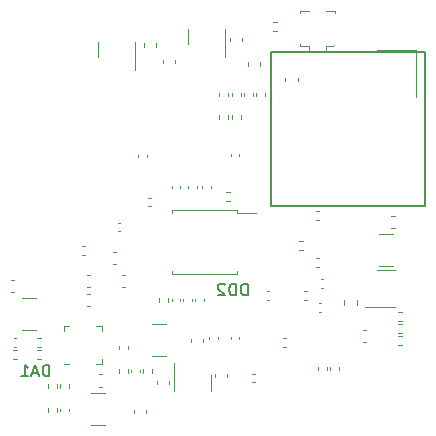
<source format=gbr>
%TF.GenerationSoftware,KiCad,Pcbnew,6.0.7*%
%TF.CreationDate,2022-11-09T14:03:12+03:00*%
%TF.ProjectId,camera_v3s,63616d65-7261-45f7-9633-732e6b696361,rev?*%
%TF.SameCoordinates,Original*%
%TF.FileFunction,Legend,Bot*%
%TF.FilePolarity,Positive*%
%FSLAX46Y46*%
G04 Gerber Fmt 4.6, Leading zero omitted, Abs format (unit mm)*
G04 Created by KiCad (PCBNEW 6.0.7) date 2022-11-09 14:03:12*
%MOMM*%
%LPD*%
G01*
G04 APERTURE LIST*
%ADD10C,0.150000*%
%ADD11C,0.120000*%
G04 APERTURE END LIST*
D10*
X24900000Y-4400000D02*
X37900000Y-4400000D01*
X37900000Y-4400000D02*
X37900000Y-17400000D01*
X37900000Y-17400000D02*
X24900000Y-17400000D01*
X24900000Y-17400000D02*
X24900000Y-4400000D01*
%TO.C,DA1*%
X6091416Y-31852380D02*
X6091416Y-30852380D01*
X5853321Y-30852380D01*
X5710464Y-30900000D01*
X5615226Y-30995238D01*
X5567607Y-31090476D01*
X5519988Y-31280952D01*
X5519988Y-31423809D01*
X5567607Y-31614285D01*
X5615226Y-31709523D01*
X5710464Y-31804761D01*
X5853321Y-31852380D01*
X6091416Y-31852380D01*
X5139035Y-31566666D02*
X4662845Y-31566666D01*
X5234273Y-31852380D02*
X4900940Y-30852380D01*
X4567607Y-31852380D01*
X3710464Y-31852380D02*
X4281892Y-31852380D01*
X3996178Y-31852380D02*
X3996178Y-30852380D01*
X4091416Y-30995238D01*
X4186654Y-31090476D01*
X4281892Y-31138095D01*
%TO.C,DD2*%
X22888095Y-25002380D02*
X22888095Y-24002380D01*
X22650000Y-24002380D01*
X22507142Y-24050000D01*
X22411904Y-24145238D01*
X22364285Y-24240476D01*
X22316666Y-24430952D01*
X22316666Y-24573809D01*
X22364285Y-24764285D01*
X22411904Y-24859523D01*
X22507142Y-24954761D01*
X22650000Y-25002380D01*
X22888095Y-25002380D01*
X21888095Y-25002380D02*
X21888095Y-24002380D01*
X21650000Y-24002380D01*
X21507142Y-24050000D01*
X21411904Y-24145238D01*
X21364285Y-24240476D01*
X21316666Y-24430952D01*
X21316666Y-24573809D01*
X21364285Y-24764285D01*
X21411904Y-24859523D01*
X21507142Y-24954761D01*
X21650000Y-25002380D01*
X21888095Y-25002380D01*
X20935714Y-24097619D02*
X20888095Y-24050000D01*
X20792857Y-24002380D01*
X20554761Y-24002380D01*
X20459523Y-24050000D01*
X20411904Y-24097619D01*
X20364285Y-24192857D01*
X20364285Y-24288095D01*
X20411904Y-24430952D01*
X20983333Y-25002380D01*
X20364285Y-25002380D01*
D11*
%TO.C,Y3*%
X37150000Y-4200000D02*
X37150000Y-8200000D01*
X33850000Y-4200000D02*
X37150000Y-4200000D01*
%TO.C,C61*%
X26090000Y-6840580D02*
X26090000Y-6559420D01*
X27110000Y-6840580D02*
X27110000Y-6559420D01*
%TO.C,R34*%
X20470000Y-10053641D02*
X20470000Y-9746359D01*
X21230000Y-10053641D02*
X21230000Y-9746359D01*
%TO.C,R31*%
X20470000Y-7846359D02*
X20470000Y-8153641D01*
X21230000Y-7846359D02*
X21230000Y-8153641D01*
%TO.C,R30*%
X22330000Y-10053641D02*
X22330000Y-9746359D01*
X21570000Y-10053641D02*
X21570000Y-9746359D01*
%TO.C,R29*%
X21570000Y-7846359D02*
X21570000Y-8153641D01*
X22330000Y-7846359D02*
X22330000Y-8153641D01*
%TO.C,R37*%
X31077500Y-25362742D02*
X31077500Y-25837258D01*
X32122500Y-25362742D02*
X32122500Y-25837258D01*
%TO.C,C57*%
X28692164Y-22560000D02*
X28907836Y-22560000D01*
X28692164Y-21840000D02*
X28907836Y-21840000D01*
%TO.C,C55*%
X23292164Y-32360000D02*
X23507836Y-32360000D01*
X23292164Y-31640000D02*
X23507836Y-31640000D01*
%TO.C,C54*%
X16440000Y-25507836D02*
X16440000Y-25292164D01*
X17160000Y-25507836D02*
X17160000Y-25292164D01*
%TO.C,C44*%
X25892164Y-29360000D02*
X26107836Y-29360000D01*
X25892164Y-28640000D02*
X26107836Y-28640000D01*
%TO.C,C53*%
X20360000Y-28707836D02*
X20360000Y-28492164D01*
X19640000Y-28707836D02*
X19640000Y-28492164D01*
%TO.C,C52*%
X22160000Y-28707836D02*
X22160000Y-28492164D01*
X21440000Y-28707836D02*
X21440000Y-28492164D01*
%TO.C,C50*%
X14492164Y-16740000D02*
X14707836Y-16740000D01*
X14492164Y-17460000D02*
X14707836Y-17460000D01*
%TO.C,C22*%
X12540580Y-23290000D02*
X12259420Y-23290000D01*
X12540580Y-24310000D02*
X12259420Y-24310000D01*
%TO.C,C17*%
X11740580Y-21290000D02*
X11459420Y-21290000D01*
X11740580Y-22310000D02*
X11459420Y-22310000D01*
%TO.C,R4*%
X12020000Y-31246359D02*
X12020000Y-31553641D01*
X12780000Y-31246359D02*
X12780000Y-31553641D01*
%TO.C,R32*%
X30580000Y-31353641D02*
X30580000Y-31046359D01*
X29820000Y-31353641D02*
X29820000Y-31046359D01*
%TO.C,R28*%
X35646359Y-28180000D02*
X35953641Y-28180000D01*
X35646359Y-27420000D02*
X35953641Y-27420000D01*
%TO.C,R27*%
X35646359Y-27180000D02*
X35953641Y-27180000D01*
X35646359Y-26420000D02*
X35953641Y-26420000D01*
%TO.C,R25*%
X28646359Y-17820000D02*
X28953641Y-17820000D01*
X28646359Y-18580000D02*
X28953641Y-18580000D01*
%TO.C,R23*%
X22620000Y-8153641D02*
X22620000Y-7846359D01*
X23380000Y-8153641D02*
X23380000Y-7846359D01*
%TO.C,R22*%
X23620000Y-8153641D02*
X23620000Y-7846359D01*
X24380000Y-8153641D02*
X24380000Y-7846359D01*
%TO.C,R21*%
X25353641Y-1820000D02*
X25046359Y-1820000D01*
X25353641Y-2580000D02*
X25046359Y-2580000D01*
%TO.C,R17*%
X27646359Y-24620000D02*
X27953641Y-24620000D01*
X27646359Y-25380000D02*
X27953641Y-25380000D01*
%TO.C,R16*%
X29580000Y-31046359D02*
X29580000Y-31353641D01*
X28820000Y-31046359D02*
X28820000Y-31353641D01*
%TO.C,R14*%
X15420000Y-25553641D02*
X15420000Y-25246359D01*
X16180000Y-25553641D02*
X16180000Y-25246359D01*
%TO.C,R13*%
X35953641Y-28420000D02*
X35646359Y-28420000D01*
X35953641Y-29180000D02*
X35646359Y-29180000D01*
%TO.C,R12*%
X27246359Y-20420000D02*
X27553641Y-20420000D01*
X27246359Y-21180000D02*
X27553641Y-21180000D01*
%TO.C,R10*%
X21046359Y-16220000D02*
X21353641Y-16220000D01*
X21046359Y-16980000D02*
X21353641Y-16980000D01*
%TO.C,R9*%
X6020000Y-34833641D02*
X6020000Y-34526359D01*
X6780000Y-34833641D02*
X6780000Y-34526359D01*
%TO.C,R8*%
X3046359Y-29620000D02*
X3353641Y-29620000D01*
X3046359Y-30380000D02*
X3353641Y-30380000D01*
%TO.C,R7*%
X14780000Y-31246359D02*
X14780000Y-31553641D01*
X14020000Y-31246359D02*
X14020000Y-31553641D01*
%TO.C,R6*%
X6780000Y-32526359D02*
X6780000Y-32833641D01*
X6020000Y-32526359D02*
X6020000Y-32833641D01*
%TO.C,R5*%
X5353641Y-30380000D02*
X5046359Y-30380000D01*
X5353641Y-29620000D02*
X5046359Y-29620000D01*
%TO.C,R3*%
X7020000Y-32833641D02*
X7020000Y-32526359D01*
X7780000Y-32833641D02*
X7780000Y-32526359D01*
%TO.C,R2*%
X5046359Y-28620000D02*
X5353641Y-28620000D01*
X5046359Y-29380000D02*
X5353641Y-29380000D01*
%TO.C,R1*%
X12020000Y-29246359D02*
X12020000Y-29553641D01*
X12780000Y-29246359D02*
X12780000Y-29553641D01*
%TO.C,C46*%
X18160000Y-25507836D02*
X18160000Y-25292164D01*
X17440000Y-25507836D02*
X17440000Y-25292164D01*
%TO.C,C37*%
X24707836Y-24640000D02*
X24492164Y-24640000D01*
X24707836Y-25360000D02*
X24492164Y-25360000D01*
%TO.C,C36*%
X18440000Y-25507836D02*
X18440000Y-25292164D01*
X19160000Y-25507836D02*
X19160000Y-25292164D01*
%TO.C,C35*%
X16440000Y-15692164D02*
X16440000Y-15907836D01*
X17160000Y-15692164D02*
X17160000Y-15907836D01*
%TO.C,C32*%
X14360000Y-13307836D02*
X14360000Y-13092164D01*
X13640000Y-13307836D02*
X13640000Y-13092164D01*
%TO.C,C31*%
X19040000Y-15692164D02*
X19040000Y-15907836D01*
X19760000Y-15692164D02*
X19760000Y-15907836D01*
%TO.C,C28*%
X29092164Y-24360000D02*
X29307836Y-24360000D01*
X29092164Y-23640000D02*
X29307836Y-23640000D01*
%TO.C,C26*%
X17840000Y-15692164D02*
X17840000Y-15907836D01*
X18560000Y-15692164D02*
X18560000Y-15907836D01*
%TO.C,C25*%
X12107836Y-18840000D02*
X11892164Y-18840000D01*
X12107836Y-19560000D02*
X11892164Y-19560000D01*
%TO.C,C24*%
X8892164Y-21560000D02*
X9107836Y-21560000D01*
X8892164Y-20840000D02*
X9107836Y-20840000D01*
%TO.C,C20*%
X22160000Y-13227836D02*
X22160000Y-13012164D01*
X21440000Y-13227836D02*
X21440000Y-13012164D01*
%TO.C,C16*%
X28892164Y-26360000D02*
X29107836Y-26360000D01*
X28892164Y-25640000D02*
X29107836Y-25640000D01*
%TO.C,C6*%
X7760000Y-34787836D02*
X7760000Y-34572164D01*
X7040000Y-34787836D02*
X7040000Y-34572164D01*
%TO.C,C5*%
X3092164Y-29360000D02*
X3307836Y-29360000D01*
X3092164Y-28640000D02*
X3307836Y-28640000D01*
%TO.C,C4*%
X13040000Y-31292164D02*
X13040000Y-31507836D01*
X13760000Y-31292164D02*
X13760000Y-31507836D01*
%TO.C,L4*%
X33997936Y-22480000D02*
X35202064Y-22480000D01*
X33997936Y-19760000D02*
X35202064Y-19760000D01*
%TO.C,DA5*%
X34600000Y-22840000D02*
X35400000Y-22840000D01*
X34600000Y-25960000D02*
X35400000Y-25960000D01*
X34600000Y-25960000D02*
X32800000Y-25960000D01*
X34600000Y-22840000D02*
X33800000Y-22840000D01*
%TO.C,C41*%
X35340580Y-19310000D02*
X35059420Y-19310000D01*
X35340580Y-18290000D02*
X35059420Y-18290000D01*
%TO.C,C38*%
X32659420Y-28910000D02*
X32940580Y-28910000D01*
X32659420Y-27890000D02*
X32940580Y-27890000D01*
%TO.C,DA4*%
X19760000Y-32400000D02*
X19760000Y-31750000D01*
X16640000Y-32400000D02*
X16640000Y-30725000D01*
X19760000Y-32400000D02*
X19760000Y-33050000D01*
X16640000Y-32400000D02*
X16640000Y-33050000D01*
%TO.C,C34*%
X20090000Y-31659420D02*
X20090000Y-31940580D01*
X21110000Y-31659420D02*
X21110000Y-31940580D01*
%TO.C,C29*%
X16210000Y-32490580D02*
X16210000Y-32209420D01*
X15190000Y-32490580D02*
X15190000Y-32209420D01*
%TO.C,C11*%
X22410000Y-3196920D02*
X22410000Y-3478080D01*
X21390000Y-3196920D02*
X21390000Y-3478080D01*
%TO.C,DA2*%
X17840000Y-3100000D02*
X17840000Y-2450000D01*
X20960000Y-3100000D02*
X20960000Y-4775000D01*
X20960000Y-3100000D02*
X20960000Y-2450000D01*
X17840000Y-3100000D02*
X17840000Y-3750000D01*
%TO.C,C14*%
X22890000Y-5540580D02*
X22890000Y-5259420D01*
X23910000Y-5540580D02*
X23910000Y-5259420D01*
%TO.C,DA3*%
X10240000Y-4200000D02*
X10240000Y-3550000D01*
X10240000Y-4200000D02*
X10240000Y-4850000D01*
X13360000Y-4200000D02*
X13360000Y-3550000D01*
X13360000Y-4200000D02*
X13360000Y-5875000D01*
%TO.C,DA1*%
X10534750Y-30810000D02*
X10534750Y-30360000D01*
X7764750Y-27590000D02*
X7314750Y-27590000D01*
X10084750Y-27590000D02*
X10534750Y-27590000D01*
X10534750Y-27590000D02*
X10534750Y-28040000D01*
X10084750Y-30810000D02*
X10534750Y-30810000D01*
X7314750Y-27590000D02*
X7314750Y-28040000D01*
X7764750Y-30810000D02*
X7314750Y-30810000D01*
%TO.C,C7*%
X10259420Y-32710000D02*
X10540580Y-32710000D01*
X10259420Y-31690000D02*
X10540580Y-31690000D01*
%TO.C,C12*%
X15110000Y-3659420D02*
X15110000Y-3940580D01*
X14090000Y-3659420D02*
X14090000Y-3940580D01*
%TO.C,L1*%
X16002064Y-27440000D02*
X14797936Y-27440000D01*
X16002064Y-30160000D02*
X14797936Y-30160000D01*
%TO.C,L2*%
X3797936Y-25240000D02*
X5002064Y-25240000D01*
X3797936Y-27960000D02*
X5002064Y-27960000D01*
%TO.C,C3*%
X13290000Y-34940580D02*
X13290000Y-34659420D01*
X14310000Y-34940580D02*
X14310000Y-34659420D01*
%TO.C,DD2*%
X16450000Y-23225000D02*
X16450000Y-22965000D01*
X16450000Y-17775000D02*
X16450000Y-18035000D01*
X19200000Y-17775000D02*
X16450000Y-17775000D01*
X19200000Y-23225000D02*
X21950000Y-23225000D01*
X21950000Y-23225000D02*
X21950000Y-22965000D01*
X19200000Y-17775000D02*
X21950000Y-17775000D01*
X19200000Y-23225000D02*
X16450000Y-23225000D01*
X21950000Y-18035000D02*
X23600000Y-18035000D01*
X21950000Y-17775000D02*
X21950000Y-18035000D01*
%TO.C,C1*%
X19110000Y-28940580D02*
X19110000Y-28659420D01*
X18090000Y-28940580D02*
X18090000Y-28659420D01*
%TO.C,C15*%
X16710000Y-5340580D02*
X16710000Y-5059420D01*
X15690000Y-5340580D02*
X15690000Y-5059420D01*
%TO.C,L3*%
X10802064Y-33240000D02*
X9597936Y-33240000D01*
X10802064Y-35960000D02*
X9597936Y-35960000D01*
%TO.C,C2*%
X3140580Y-24710000D02*
X2859420Y-24710000D01*
X3140580Y-23690000D02*
X2859420Y-23690000D01*
%TO.C,X2*%
X29500000Y-3900000D02*
X30100000Y-3900000D01*
X30300000Y-1100000D02*
X30300000Y-900000D01*
X29500000Y-3900000D02*
X29500000Y-4400000D01*
X27300000Y-900000D02*
X27300000Y-1100000D01*
X30100000Y-3900000D02*
X30300000Y-3700000D01*
X28100000Y-3900000D02*
X28100000Y-4400000D01*
X30300000Y-900000D02*
X29500000Y-900000D01*
X27300000Y-3900000D02*
X28100000Y-3900000D01*
X27300000Y-3700000D02*
X27300000Y-3900000D01*
X28100000Y-900000D02*
X27300000Y-900000D01*
%TO.C,C10*%
X9259420Y-23290000D02*
X9540580Y-23290000D01*
X9259420Y-24310000D02*
X9540580Y-24310000D01*
%TO.C,C8*%
X9259420Y-25910000D02*
X9540580Y-25910000D01*
X9259420Y-24890000D02*
X9540580Y-24890000D01*
%TD*%
M02*

</source>
